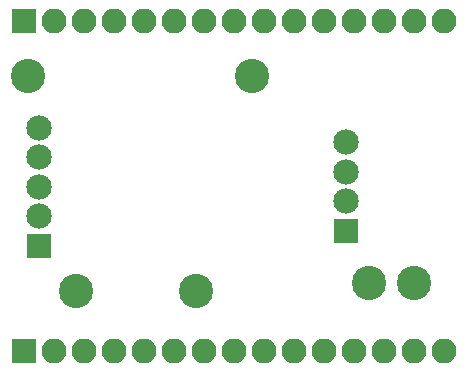
<source format=gbr>
G04 #@! TF.FileFunction,Soldermask,Bot*
%FSLAX46Y46*%
G04 Gerber Fmt 4.6, Leading zero omitted, Abs format (unit mm)*
G04 Created by KiCad (PCBNEW 4.0.7) date 03/25/18 22:27:41*
%MOMM*%
%LPD*%
G01*
G04 APERTURE LIST*
%ADD10C,0.100000*%
%ADD11C,2.899360*%
%ADD12R,2.100000X2.100000*%
%ADD13O,2.100000X2.100000*%
%ADD14R,2.150000X2.150000*%
%ADD15C,2.150000*%
G04 APERTURE END LIST*
D10*
D11*
X144780000Y-106045000D03*
X134620000Y-106045000D03*
X159385000Y-105410000D03*
X163195000Y-105410000D03*
X130556000Y-87884000D03*
X149479000Y-87884000D03*
D12*
X130175000Y-111125000D03*
D13*
X132715000Y-111125000D03*
X135255000Y-111125000D03*
X137795000Y-111125000D03*
X140335000Y-111125000D03*
X142875000Y-111125000D03*
X145415000Y-111125000D03*
X147955000Y-111125000D03*
X150495000Y-111125000D03*
X153035000Y-111125000D03*
X155575000Y-111125000D03*
X158115000Y-111125000D03*
X160655000Y-111125000D03*
X163195000Y-111125000D03*
X165735000Y-111125000D03*
D12*
X130175000Y-83185000D03*
D13*
X132715000Y-83185000D03*
X135255000Y-83185000D03*
X137795000Y-83185000D03*
X140335000Y-83185000D03*
X142875000Y-83185000D03*
X145415000Y-83185000D03*
X147955000Y-83185000D03*
X150495000Y-83185000D03*
X153035000Y-83185000D03*
X155575000Y-83185000D03*
X158115000Y-83185000D03*
X160655000Y-83185000D03*
X163195000Y-83185000D03*
X165735000Y-83185000D03*
D14*
X157480000Y-100965000D03*
D15*
X157480000Y-98465000D03*
X157480000Y-95965000D03*
X157480000Y-93465000D03*
D14*
X131445000Y-102235000D03*
D15*
X131445000Y-99735000D03*
X131445000Y-97235000D03*
X131445000Y-94735000D03*
X131445000Y-92235000D03*
M02*

</source>
